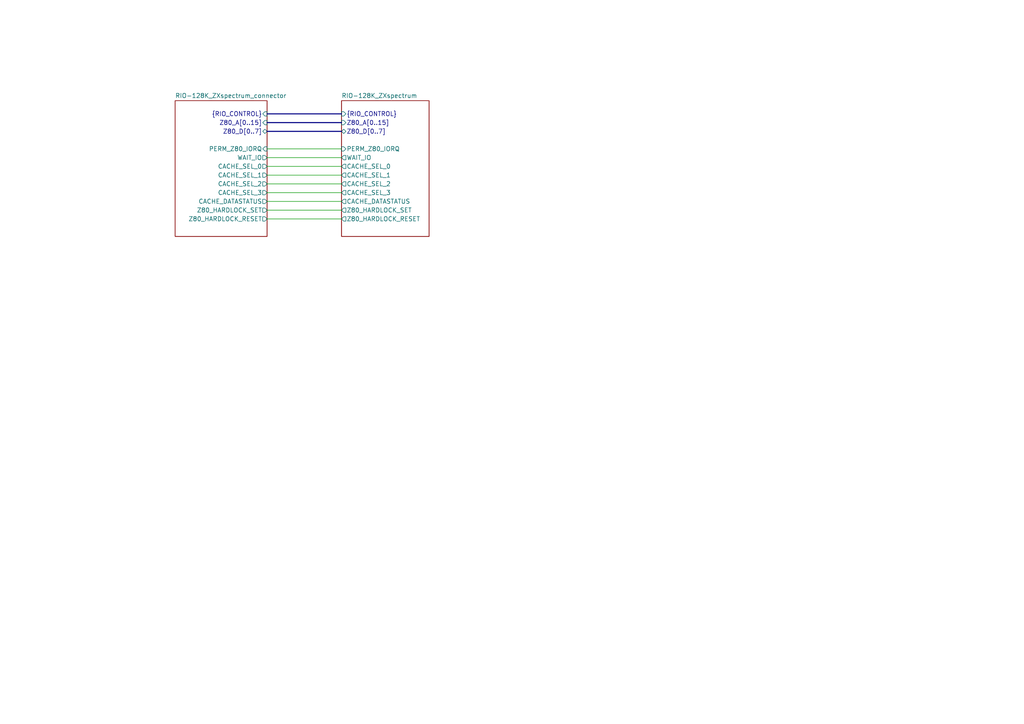
<source format=kicad_sch>
(kicad_sch (version 20230121) (generator eeschema)
  (paper "A4")
  (title_block (title "FujiNet Z80Bus reference design") (date "2023-05-13") (rev "0.1") (company "FujiNet"))
  (lib_symbols)
  (bus_alias "Z80_CONTROL" (members "Z80_CONTROL.RD" "Z80_CONTROL.WR" "Z80_CONTROL.IORQ" "Z80_CONTROL.MEMRQ" "Z80_CONTROL.BUSRQ" "Z80_CONTROL.WAIT" "Z80_CONTROL.ROMCS" "Z80_CONTROL.BUSACK" "Z80_CONTROL.NMI" "Z80_CONTROL.RESET"))
  (wire (pts (xy 77.47 58.42) (xy 99.06 58.42)))
  (wire (pts (xy 77.47 55.88) (xy 99.06 55.88)))
  (bus (pts (xy 77.47 38.1) (xy 99.06 38.1)))
  (wire (pts (xy 77.47 48.26) (xy 99.06 48.26)))
  (wire (pts (xy 77.47 60.96) (xy 99.06 60.96)))
  (wire (pts (xy 77.47 53.34) (xy 99.06 53.34)))
  (wire (pts (xy 77.47 43.18) (xy 99.06 43.18)))
  (wire (pts (xy 77.47 45.72) (xy 99.06 45.72)))
  (wire (pts (xy 77.47 63.5) (xy 99.06 63.5)))
  (wire (pts (xy 77.47 50.8) (xy 99.06 50.8)))
  (bus (pts (xy 77.47 35.56) (xy 99.06 35.56)))
  (bus (pts (xy 77.47 33.02) (xy 99.06 33.02)))
  (sheet (at 99.06 29.21) (size 25.4 39.37) (stroke (width 0.1524))
    (property "Sheetname" "RIO-128K_ZXspectrum" (at 99.06 28.4984 0) (effects (justify left bottom)))
    (property "Sheetfile" "../RIO-128K_ZXspectrum.kicad_sch" (effects hide))
    (pin "PERM_Z80_IORQ" input (at 99.06 43.18 180))
    (pin "CACHE_SEL_3" output (at 99.06 55.88 180))
    (pin "Z80_HARDLOCK_SET" output (at 99.06 60.96 180))
    (pin "Z80_HARDLOCK_RESET" output (at 99.06 63.5 180))
    (pin "CACHE_SEL_2" output (at 99.06 53.34 180))
    (pin "CACHE_DATASTATUS" output (at 99.06 58.42 180))
    (pin "CACHE_SEL_0" output (at 99.06 48.26 180))
    (pin "CACHE_SEL_1" output (at 99.06 50.8 180))
    (pin "WAIT_IO" output (at 99.06 45.72 180))
    (pin "Z80_D[0..7]" bidirectional (at 99.06 38.1 180))
    (pin "{RIO_CONTROL}" input (at 99.06 33.02 180))
    (pin "Z80_A[0..15]" input (at 99.06 35.56 180))
  )
  (sheet (at 50.8 29.21) (size 26.67 39.37) (stroke (width 0.1524))
    (property "Sheetname" "RIO-128K_ZXspectrum_connector" (at 50.8 28.4984 0) (effects (justify left bottom)))
    (property "Sheetfile" "RIO-128K_ZXspectrum_connector.kicad_sch" (effects hide))
    (pin "Z80_A[0..15]" input (at 77.47 35.56 0))
    (pin "Z80_D[0..7]" bidirectional (at 77.47 38.1 0))
    (pin "PERM_Z80_IORQ" input (at 77.47 43.18 0))
    (pin "WAIT_IO" output (at 77.47 45.72 0))
    (pin "CACHE_SEL_0" output (at 77.47 48.26 0))
    (pin "{RIO_CONTROL}" input (at 77.47 33.02 0))
    (pin "Z80_HARDLOCK_RESET" output (at 77.47 63.5 0))
    (pin "CACHE_DATASTATUS" output (at 77.47 58.42 0))
    (pin "CACHE_SEL_3" output (at 77.47 55.88 0))
    (pin "Z80_HARDLOCK_SET" output (at 77.47 60.96 0))
    (pin "CACHE_SEL_2" output (at 77.47 53.34 0))
    (pin "CACHE_SEL_1" output (at 77.47 50.8 0))
  )
)
</source>
